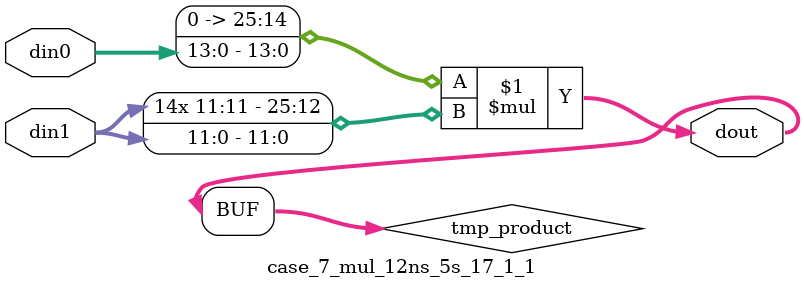
<source format=v>

`timescale 1 ns / 1 ps

 (* use_dsp = "no" *)  module case_7_mul_12ns_5s_17_1_1(din0, din1, dout);
parameter ID = 1;
parameter NUM_STAGE = 0;
parameter din0_WIDTH = 14;
parameter din1_WIDTH = 12;
parameter dout_WIDTH = 26;

input [din0_WIDTH - 1 : 0] din0; 
input [din1_WIDTH - 1 : 0] din1; 
output [dout_WIDTH - 1 : 0] dout;

wire signed [dout_WIDTH - 1 : 0] tmp_product;

























assign tmp_product = $signed({1'b0, din0}) * $signed(din1);










assign dout = tmp_product;





















endmodule

</source>
